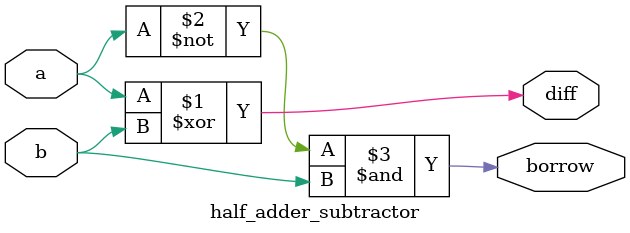
<source format=v>

    module half_adder_subtractor (
    input  wire a, b,         // Inputs
    output wire diff, borrow  // Outputs
);

    // Logic equations
    assign diff   = a ^ b;     // XOR for difference
    assign borrow = ~a & b;    // Borrow when a < b

endmodule

</source>
